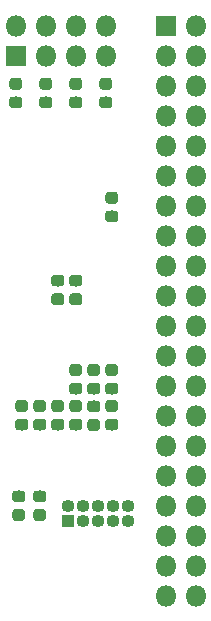
<source format=gbs>
G04 #@! TF.GenerationSoftware,KiCad,Pcbnew,5.0.0-fee4fd1~65~ubuntu18.04.1*
G04 #@! TF.CreationDate,2018-07-31T22:57:32+02:00*
G04 #@! TF.ProjectId,raspi3-4xWS2812,7261737069332D34785753323831322E,rev?*
G04 #@! TF.SameCoordinates,Original*
G04 #@! TF.FileFunction,Soldermask,Bot*
G04 #@! TF.FilePolarity,Negative*
%FSLAX46Y46*%
G04 Gerber Fmt 4.6, Leading zero omitted, Abs format (unit mm)*
G04 Created by KiCad (PCBNEW 5.0.0-fee4fd1~65~ubuntu18.04.1) date Tue Jul 31 22:57:32 2018*
%MOMM*%
%LPD*%
G01*
G04 APERTURE LIST*
%ADD10C,0.100000*%
%ADD11C,0.976600*%
%ADD12R,1.101600X1.101600*%
%ADD13O,1.101600X1.101600*%
%ADD14R,1.801600X1.801600*%
%ADD15O,1.801600X1.801600*%
G04 APERTURE END LIST*
D10*
G04 #@! TO.C,R8*
G36*
X104445581Y-58085376D02*
X104469281Y-58088891D01*
X104492523Y-58094713D01*
X104515082Y-58102785D01*
X104536742Y-58113029D01*
X104557292Y-58125347D01*
X104576537Y-58139619D01*
X104594290Y-58155710D01*
X104610381Y-58173463D01*
X104624653Y-58192708D01*
X104636971Y-58213258D01*
X104647215Y-58234918D01*
X104655287Y-58257477D01*
X104661109Y-58280719D01*
X104664624Y-58304419D01*
X104665800Y-58328350D01*
X104665800Y-58816650D01*
X104664624Y-58840581D01*
X104661109Y-58864281D01*
X104655287Y-58887523D01*
X104647215Y-58910082D01*
X104636971Y-58931742D01*
X104624653Y-58952292D01*
X104610381Y-58971537D01*
X104594290Y-58989290D01*
X104576537Y-59005381D01*
X104557292Y-59019653D01*
X104536742Y-59031971D01*
X104515082Y-59042215D01*
X104492523Y-59050287D01*
X104469281Y-59056109D01*
X104445581Y-59059624D01*
X104421650Y-59060800D01*
X103858350Y-59060800D01*
X103834419Y-59059624D01*
X103810719Y-59056109D01*
X103787477Y-59050287D01*
X103764918Y-59042215D01*
X103743258Y-59031971D01*
X103722708Y-59019653D01*
X103703463Y-59005381D01*
X103685710Y-58989290D01*
X103669619Y-58971537D01*
X103655347Y-58952292D01*
X103643029Y-58931742D01*
X103632785Y-58910082D01*
X103624713Y-58887523D01*
X103618891Y-58864281D01*
X103615376Y-58840581D01*
X103614200Y-58816650D01*
X103614200Y-58328350D01*
X103615376Y-58304419D01*
X103618891Y-58280719D01*
X103624713Y-58257477D01*
X103632785Y-58234918D01*
X103643029Y-58213258D01*
X103655347Y-58192708D01*
X103669619Y-58173463D01*
X103685710Y-58155710D01*
X103703463Y-58139619D01*
X103722708Y-58125347D01*
X103743258Y-58113029D01*
X103764918Y-58102785D01*
X103787477Y-58094713D01*
X103810719Y-58088891D01*
X103834419Y-58085376D01*
X103858350Y-58084200D01*
X104421650Y-58084200D01*
X104445581Y-58085376D01*
X104445581Y-58085376D01*
G37*
D11*
X104140000Y-58572500D03*
D10*
G36*
X104445581Y-56510376D02*
X104469281Y-56513891D01*
X104492523Y-56519713D01*
X104515082Y-56527785D01*
X104536742Y-56538029D01*
X104557292Y-56550347D01*
X104576537Y-56564619D01*
X104594290Y-56580710D01*
X104610381Y-56598463D01*
X104624653Y-56617708D01*
X104636971Y-56638258D01*
X104647215Y-56659918D01*
X104655287Y-56682477D01*
X104661109Y-56705719D01*
X104664624Y-56729419D01*
X104665800Y-56753350D01*
X104665800Y-57241650D01*
X104664624Y-57265581D01*
X104661109Y-57289281D01*
X104655287Y-57312523D01*
X104647215Y-57335082D01*
X104636971Y-57356742D01*
X104624653Y-57377292D01*
X104610381Y-57396537D01*
X104594290Y-57414290D01*
X104576537Y-57430381D01*
X104557292Y-57444653D01*
X104536742Y-57456971D01*
X104515082Y-57467215D01*
X104492523Y-57475287D01*
X104469281Y-57481109D01*
X104445581Y-57484624D01*
X104421650Y-57485800D01*
X103858350Y-57485800D01*
X103834419Y-57484624D01*
X103810719Y-57481109D01*
X103787477Y-57475287D01*
X103764918Y-57467215D01*
X103743258Y-57456971D01*
X103722708Y-57444653D01*
X103703463Y-57430381D01*
X103685710Y-57414290D01*
X103669619Y-57396537D01*
X103655347Y-57377292D01*
X103643029Y-57356742D01*
X103632785Y-57335082D01*
X103624713Y-57312523D01*
X103618891Y-57289281D01*
X103615376Y-57265581D01*
X103614200Y-57241650D01*
X103614200Y-56753350D01*
X103615376Y-56729419D01*
X103618891Y-56705719D01*
X103624713Y-56682477D01*
X103632785Y-56659918D01*
X103643029Y-56638258D01*
X103655347Y-56617708D01*
X103669619Y-56598463D01*
X103685710Y-56580710D01*
X103703463Y-56564619D01*
X103722708Y-56550347D01*
X103743258Y-56538029D01*
X103764918Y-56527785D01*
X103787477Y-56519713D01*
X103810719Y-56513891D01*
X103834419Y-56510376D01*
X103858350Y-56509200D01*
X104421650Y-56509200D01*
X104445581Y-56510376D01*
X104445581Y-56510376D01*
G37*
D11*
X104140000Y-56997500D03*
G04 #@! TD*
D10*
G04 #@! TO.C,R5*
G36*
X96825581Y-56510376D02*
X96849281Y-56513891D01*
X96872523Y-56519713D01*
X96895082Y-56527785D01*
X96916742Y-56538029D01*
X96937292Y-56550347D01*
X96956537Y-56564619D01*
X96974290Y-56580710D01*
X96990381Y-56598463D01*
X97004653Y-56617708D01*
X97016971Y-56638258D01*
X97027215Y-56659918D01*
X97035287Y-56682477D01*
X97041109Y-56705719D01*
X97044624Y-56729419D01*
X97045800Y-56753350D01*
X97045800Y-57241650D01*
X97044624Y-57265581D01*
X97041109Y-57289281D01*
X97035287Y-57312523D01*
X97027215Y-57335082D01*
X97016971Y-57356742D01*
X97004653Y-57377292D01*
X96990381Y-57396537D01*
X96974290Y-57414290D01*
X96956537Y-57430381D01*
X96937292Y-57444653D01*
X96916742Y-57456971D01*
X96895082Y-57467215D01*
X96872523Y-57475287D01*
X96849281Y-57481109D01*
X96825581Y-57484624D01*
X96801650Y-57485800D01*
X96238350Y-57485800D01*
X96214419Y-57484624D01*
X96190719Y-57481109D01*
X96167477Y-57475287D01*
X96144918Y-57467215D01*
X96123258Y-57456971D01*
X96102708Y-57444653D01*
X96083463Y-57430381D01*
X96065710Y-57414290D01*
X96049619Y-57396537D01*
X96035347Y-57377292D01*
X96023029Y-57356742D01*
X96012785Y-57335082D01*
X96004713Y-57312523D01*
X95998891Y-57289281D01*
X95995376Y-57265581D01*
X95994200Y-57241650D01*
X95994200Y-56753350D01*
X95995376Y-56729419D01*
X95998891Y-56705719D01*
X96004713Y-56682477D01*
X96012785Y-56659918D01*
X96023029Y-56638258D01*
X96035347Y-56617708D01*
X96049619Y-56598463D01*
X96065710Y-56580710D01*
X96083463Y-56564619D01*
X96102708Y-56550347D01*
X96123258Y-56538029D01*
X96144918Y-56527785D01*
X96167477Y-56519713D01*
X96190719Y-56513891D01*
X96214419Y-56510376D01*
X96238350Y-56509200D01*
X96801650Y-56509200D01*
X96825581Y-56510376D01*
X96825581Y-56510376D01*
G37*
D11*
X96520000Y-56997500D03*
D10*
G36*
X96825581Y-58085376D02*
X96849281Y-58088891D01*
X96872523Y-58094713D01*
X96895082Y-58102785D01*
X96916742Y-58113029D01*
X96937292Y-58125347D01*
X96956537Y-58139619D01*
X96974290Y-58155710D01*
X96990381Y-58173463D01*
X97004653Y-58192708D01*
X97016971Y-58213258D01*
X97027215Y-58234918D01*
X97035287Y-58257477D01*
X97041109Y-58280719D01*
X97044624Y-58304419D01*
X97045800Y-58328350D01*
X97045800Y-58816650D01*
X97044624Y-58840581D01*
X97041109Y-58864281D01*
X97035287Y-58887523D01*
X97027215Y-58910082D01*
X97016971Y-58931742D01*
X97004653Y-58952292D01*
X96990381Y-58971537D01*
X96974290Y-58989290D01*
X96956537Y-59005381D01*
X96937292Y-59019653D01*
X96916742Y-59031971D01*
X96895082Y-59042215D01*
X96872523Y-59050287D01*
X96849281Y-59056109D01*
X96825581Y-59059624D01*
X96801650Y-59060800D01*
X96238350Y-59060800D01*
X96214419Y-59059624D01*
X96190719Y-59056109D01*
X96167477Y-59050287D01*
X96144918Y-59042215D01*
X96123258Y-59031971D01*
X96102708Y-59019653D01*
X96083463Y-59005381D01*
X96065710Y-58989290D01*
X96049619Y-58971537D01*
X96035347Y-58952292D01*
X96023029Y-58931742D01*
X96012785Y-58910082D01*
X96004713Y-58887523D01*
X95998891Y-58864281D01*
X95995376Y-58840581D01*
X95994200Y-58816650D01*
X95994200Y-58328350D01*
X95995376Y-58304419D01*
X95998891Y-58280719D01*
X96004713Y-58257477D01*
X96012785Y-58234918D01*
X96023029Y-58213258D01*
X96035347Y-58192708D01*
X96049619Y-58173463D01*
X96065710Y-58155710D01*
X96083463Y-58139619D01*
X96102708Y-58125347D01*
X96123258Y-58113029D01*
X96144918Y-58102785D01*
X96167477Y-58094713D01*
X96190719Y-58088891D01*
X96214419Y-58085376D01*
X96238350Y-58084200D01*
X96801650Y-58084200D01*
X96825581Y-58085376D01*
X96825581Y-58085376D01*
G37*
D11*
X96520000Y-58572500D03*
G04 #@! TD*
D10*
G04 #@! TO.C,R6*
G36*
X99365581Y-58085376D02*
X99389281Y-58088891D01*
X99412523Y-58094713D01*
X99435082Y-58102785D01*
X99456742Y-58113029D01*
X99477292Y-58125347D01*
X99496537Y-58139619D01*
X99514290Y-58155710D01*
X99530381Y-58173463D01*
X99544653Y-58192708D01*
X99556971Y-58213258D01*
X99567215Y-58234918D01*
X99575287Y-58257477D01*
X99581109Y-58280719D01*
X99584624Y-58304419D01*
X99585800Y-58328350D01*
X99585800Y-58816650D01*
X99584624Y-58840581D01*
X99581109Y-58864281D01*
X99575287Y-58887523D01*
X99567215Y-58910082D01*
X99556971Y-58931742D01*
X99544653Y-58952292D01*
X99530381Y-58971537D01*
X99514290Y-58989290D01*
X99496537Y-59005381D01*
X99477292Y-59019653D01*
X99456742Y-59031971D01*
X99435082Y-59042215D01*
X99412523Y-59050287D01*
X99389281Y-59056109D01*
X99365581Y-59059624D01*
X99341650Y-59060800D01*
X98778350Y-59060800D01*
X98754419Y-59059624D01*
X98730719Y-59056109D01*
X98707477Y-59050287D01*
X98684918Y-59042215D01*
X98663258Y-59031971D01*
X98642708Y-59019653D01*
X98623463Y-59005381D01*
X98605710Y-58989290D01*
X98589619Y-58971537D01*
X98575347Y-58952292D01*
X98563029Y-58931742D01*
X98552785Y-58910082D01*
X98544713Y-58887523D01*
X98538891Y-58864281D01*
X98535376Y-58840581D01*
X98534200Y-58816650D01*
X98534200Y-58328350D01*
X98535376Y-58304419D01*
X98538891Y-58280719D01*
X98544713Y-58257477D01*
X98552785Y-58234918D01*
X98563029Y-58213258D01*
X98575347Y-58192708D01*
X98589619Y-58173463D01*
X98605710Y-58155710D01*
X98623463Y-58139619D01*
X98642708Y-58125347D01*
X98663258Y-58113029D01*
X98684918Y-58102785D01*
X98707477Y-58094713D01*
X98730719Y-58088891D01*
X98754419Y-58085376D01*
X98778350Y-58084200D01*
X99341650Y-58084200D01*
X99365581Y-58085376D01*
X99365581Y-58085376D01*
G37*
D11*
X99060000Y-58572500D03*
D10*
G36*
X99365581Y-56510376D02*
X99389281Y-56513891D01*
X99412523Y-56519713D01*
X99435082Y-56527785D01*
X99456742Y-56538029D01*
X99477292Y-56550347D01*
X99496537Y-56564619D01*
X99514290Y-56580710D01*
X99530381Y-56598463D01*
X99544653Y-56617708D01*
X99556971Y-56638258D01*
X99567215Y-56659918D01*
X99575287Y-56682477D01*
X99581109Y-56705719D01*
X99584624Y-56729419D01*
X99585800Y-56753350D01*
X99585800Y-57241650D01*
X99584624Y-57265581D01*
X99581109Y-57289281D01*
X99575287Y-57312523D01*
X99567215Y-57335082D01*
X99556971Y-57356742D01*
X99544653Y-57377292D01*
X99530381Y-57396537D01*
X99514290Y-57414290D01*
X99496537Y-57430381D01*
X99477292Y-57444653D01*
X99456742Y-57456971D01*
X99435082Y-57467215D01*
X99412523Y-57475287D01*
X99389281Y-57481109D01*
X99365581Y-57484624D01*
X99341650Y-57485800D01*
X98778350Y-57485800D01*
X98754419Y-57484624D01*
X98730719Y-57481109D01*
X98707477Y-57475287D01*
X98684918Y-57467215D01*
X98663258Y-57456971D01*
X98642708Y-57444653D01*
X98623463Y-57430381D01*
X98605710Y-57414290D01*
X98589619Y-57396537D01*
X98575347Y-57377292D01*
X98563029Y-57356742D01*
X98552785Y-57335082D01*
X98544713Y-57312523D01*
X98538891Y-57289281D01*
X98535376Y-57265581D01*
X98534200Y-57241650D01*
X98534200Y-56753350D01*
X98535376Y-56729419D01*
X98538891Y-56705719D01*
X98544713Y-56682477D01*
X98552785Y-56659918D01*
X98563029Y-56638258D01*
X98575347Y-56617708D01*
X98589619Y-56598463D01*
X98605710Y-56580710D01*
X98623463Y-56564619D01*
X98642708Y-56550347D01*
X98663258Y-56538029D01*
X98684918Y-56527785D01*
X98707477Y-56519713D01*
X98730719Y-56513891D01*
X98754419Y-56510376D01*
X98778350Y-56509200D01*
X99341650Y-56509200D01*
X99365581Y-56510376D01*
X99365581Y-56510376D01*
G37*
D11*
X99060000Y-56997500D03*
G04 #@! TD*
D10*
G04 #@! TO.C,R7*
G36*
X101905581Y-56510376D02*
X101929281Y-56513891D01*
X101952523Y-56519713D01*
X101975082Y-56527785D01*
X101996742Y-56538029D01*
X102017292Y-56550347D01*
X102036537Y-56564619D01*
X102054290Y-56580710D01*
X102070381Y-56598463D01*
X102084653Y-56617708D01*
X102096971Y-56638258D01*
X102107215Y-56659918D01*
X102115287Y-56682477D01*
X102121109Y-56705719D01*
X102124624Y-56729419D01*
X102125800Y-56753350D01*
X102125800Y-57241650D01*
X102124624Y-57265581D01*
X102121109Y-57289281D01*
X102115287Y-57312523D01*
X102107215Y-57335082D01*
X102096971Y-57356742D01*
X102084653Y-57377292D01*
X102070381Y-57396537D01*
X102054290Y-57414290D01*
X102036537Y-57430381D01*
X102017292Y-57444653D01*
X101996742Y-57456971D01*
X101975082Y-57467215D01*
X101952523Y-57475287D01*
X101929281Y-57481109D01*
X101905581Y-57484624D01*
X101881650Y-57485800D01*
X101318350Y-57485800D01*
X101294419Y-57484624D01*
X101270719Y-57481109D01*
X101247477Y-57475287D01*
X101224918Y-57467215D01*
X101203258Y-57456971D01*
X101182708Y-57444653D01*
X101163463Y-57430381D01*
X101145710Y-57414290D01*
X101129619Y-57396537D01*
X101115347Y-57377292D01*
X101103029Y-57356742D01*
X101092785Y-57335082D01*
X101084713Y-57312523D01*
X101078891Y-57289281D01*
X101075376Y-57265581D01*
X101074200Y-57241650D01*
X101074200Y-56753350D01*
X101075376Y-56729419D01*
X101078891Y-56705719D01*
X101084713Y-56682477D01*
X101092785Y-56659918D01*
X101103029Y-56638258D01*
X101115347Y-56617708D01*
X101129619Y-56598463D01*
X101145710Y-56580710D01*
X101163463Y-56564619D01*
X101182708Y-56550347D01*
X101203258Y-56538029D01*
X101224918Y-56527785D01*
X101247477Y-56519713D01*
X101270719Y-56513891D01*
X101294419Y-56510376D01*
X101318350Y-56509200D01*
X101881650Y-56509200D01*
X101905581Y-56510376D01*
X101905581Y-56510376D01*
G37*
D11*
X101600000Y-56997500D03*
D10*
G36*
X101905581Y-58085376D02*
X101929281Y-58088891D01*
X101952523Y-58094713D01*
X101975082Y-58102785D01*
X101996742Y-58113029D01*
X102017292Y-58125347D01*
X102036537Y-58139619D01*
X102054290Y-58155710D01*
X102070381Y-58173463D01*
X102084653Y-58192708D01*
X102096971Y-58213258D01*
X102107215Y-58234918D01*
X102115287Y-58257477D01*
X102121109Y-58280719D01*
X102124624Y-58304419D01*
X102125800Y-58328350D01*
X102125800Y-58816650D01*
X102124624Y-58840581D01*
X102121109Y-58864281D01*
X102115287Y-58887523D01*
X102107215Y-58910082D01*
X102096971Y-58931742D01*
X102084653Y-58952292D01*
X102070381Y-58971537D01*
X102054290Y-58989290D01*
X102036537Y-59005381D01*
X102017292Y-59019653D01*
X101996742Y-59031971D01*
X101975082Y-59042215D01*
X101952523Y-59050287D01*
X101929281Y-59056109D01*
X101905581Y-59059624D01*
X101881650Y-59060800D01*
X101318350Y-59060800D01*
X101294419Y-59059624D01*
X101270719Y-59056109D01*
X101247477Y-59050287D01*
X101224918Y-59042215D01*
X101203258Y-59031971D01*
X101182708Y-59019653D01*
X101163463Y-59005381D01*
X101145710Y-58989290D01*
X101129619Y-58971537D01*
X101115347Y-58952292D01*
X101103029Y-58931742D01*
X101092785Y-58910082D01*
X101084713Y-58887523D01*
X101078891Y-58864281D01*
X101075376Y-58840581D01*
X101074200Y-58816650D01*
X101074200Y-58328350D01*
X101075376Y-58304419D01*
X101078891Y-58280719D01*
X101084713Y-58257477D01*
X101092785Y-58234918D01*
X101103029Y-58213258D01*
X101115347Y-58192708D01*
X101129619Y-58173463D01*
X101145710Y-58155710D01*
X101163463Y-58139619D01*
X101182708Y-58125347D01*
X101203258Y-58113029D01*
X101224918Y-58102785D01*
X101247477Y-58094713D01*
X101270719Y-58088891D01*
X101294419Y-58085376D01*
X101318350Y-58084200D01*
X101881650Y-58084200D01*
X101905581Y-58085376D01*
X101905581Y-58085376D01*
G37*
D11*
X101600000Y-58572500D03*
G04 #@! TD*
D10*
G04 #@! TO.C,C10*
G36*
X103429581Y-85390376D02*
X103453281Y-85393891D01*
X103476523Y-85399713D01*
X103499082Y-85407785D01*
X103520742Y-85418029D01*
X103541292Y-85430347D01*
X103560537Y-85444619D01*
X103578290Y-85460710D01*
X103594381Y-85478463D01*
X103608653Y-85497708D01*
X103620971Y-85518258D01*
X103631215Y-85539918D01*
X103639287Y-85562477D01*
X103645109Y-85585719D01*
X103648624Y-85609419D01*
X103649800Y-85633350D01*
X103649800Y-86121650D01*
X103648624Y-86145581D01*
X103645109Y-86169281D01*
X103639287Y-86192523D01*
X103631215Y-86215082D01*
X103620971Y-86236742D01*
X103608653Y-86257292D01*
X103594381Y-86276537D01*
X103578290Y-86294290D01*
X103560537Y-86310381D01*
X103541292Y-86324653D01*
X103520742Y-86336971D01*
X103499082Y-86347215D01*
X103476523Y-86355287D01*
X103453281Y-86361109D01*
X103429581Y-86364624D01*
X103405650Y-86365800D01*
X102842350Y-86365800D01*
X102818419Y-86364624D01*
X102794719Y-86361109D01*
X102771477Y-86355287D01*
X102748918Y-86347215D01*
X102727258Y-86336971D01*
X102706708Y-86324653D01*
X102687463Y-86310381D01*
X102669710Y-86294290D01*
X102653619Y-86276537D01*
X102639347Y-86257292D01*
X102627029Y-86236742D01*
X102616785Y-86215082D01*
X102608713Y-86192523D01*
X102602891Y-86169281D01*
X102599376Y-86145581D01*
X102598200Y-86121650D01*
X102598200Y-85633350D01*
X102599376Y-85609419D01*
X102602891Y-85585719D01*
X102608713Y-85562477D01*
X102616785Y-85539918D01*
X102627029Y-85518258D01*
X102639347Y-85497708D01*
X102653619Y-85478463D01*
X102669710Y-85460710D01*
X102687463Y-85444619D01*
X102706708Y-85430347D01*
X102727258Y-85418029D01*
X102748918Y-85407785D01*
X102771477Y-85399713D01*
X102794719Y-85393891D01*
X102818419Y-85390376D01*
X102842350Y-85389200D01*
X103405650Y-85389200D01*
X103429581Y-85390376D01*
X103429581Y-85390376D01*
G37*
D11*
X103124000Y-85877500D03*
D10*
G36*
X103429581Y-83815376D02*
X103453281Y-83818891D01*
X103476523Y-83824713D01*
X103499082Y-83832785D01*
X103520742Y-83843029D01*
X103541292Y-83855347D01*
X103560537Y-83869619D01*
X103578290Y-83885710D01*
X103594381Y-83903463D01*
X103608653Y-83922708D01*
X103620971Y-83943258D01*
X103631215Y-83964918D01*
X103639287Y-83987477D01*
X103645109Y-84010719D01*
X103648624Y-84034419D01*
X103649800Y-84058350D01*
X103649800Y-84546650D01*
X103648624Y-84570581D01*
X103645109Y-84594281D01*
X103639287Y-84617523D01*
X103631215Y-84640082D01*
X103620971Y-84661742D01*
X103608653Y-84682292D01*
X103594381Y-84701537D01*
X103578290Y-84719290D01*
X103560537Y-84735381D01*
X103541292Y-84749653D01*
X103520742Y-84761971D01*
X103499082Y-84772215D01*
X103476523Y-84780287D01*
X103453281Y-84786109D01*
X103429581Y-84789624D01*
X103405650Y-84790800D01*
X102842350Y-84790800D01*
X102818419Y-84789624D01*
X102794719Y-84786109D01*
X102771477Y-84780287D01*
X102748918Y-84772215D01*
X102727258Y-84761971D01*
X102706708Y-84749653D01*
X102687463Y-84735381D01*
X102669710Y-84719290D01*
X102653619Y-84701537D01*
X102639347Y-84682292D01*
X102627029Y-84661742D01*
X102616785Y-84640082D01*
X102608713Y-84617523D01*
X102602891Y-84594281D01*
X102599376Y-84570581D01*
X102598200Y-84546650D01*
X102598200Y-84058350D01*
X102599376Y-84034419D01*
X102602891Y-84010719D01*
X102608713Y-83987477D01*
X102616785Y-83964918D01*
X102627029Y-83943258D01*
X102639347Y-83922708D01*
X102653619Y-83903463D01*
X102669710Y-83885710D01*
X102687463Y-83869619D01*
X102706708Y-83855347D01*
X102727258Y-83843029D01*
X102748918Y-83832785D01*
X102771477Y-83824713D01*
X102794719Y-83818891D01*
X102818419Y-83815376D01*
X102842350Y-83814200D01*
X103405650Y-83814200D01*
X103429581Y-83815376D01*
X103429581Y-83815376D01*
G37*
D11*
X103124000Y-84302500D03*
G04 #@! TD*
D10*
G04 #@! TO.C,C1*
G36*
X101905581Y-73172876D02*
X101929281Y-73176391D01*
X101952523Y-73182213D01*
X101975082Y-73190285D01*
X101996742Y-73200529D01*
X102017292Y-73212847D01*
X102036537Y-73227119D01*
X102054290Y-73243210D01*
X102070381Y-73260963D01*
X102084653Y-73280208D01*
X102096971Y-73300758D01*
X102107215Y-73322418D01*
X102115287Y-73344977D01*
X102121109Y-73368219D01*
X102124624Y-73391919D01*
X102125800Y-73415850D01*
X102125800Y-73904150D01*
X102124624Y-73928081D01*
X102121109Y-73951781D01*
X102115287Y-73975023D01*
X102107215Y-73997582D01*
X102096971Y-74019242D01*
X102084653Y-74039792D01*
X102070381Y-74059037D01*
X102054290Y-74076790D01*
X102036537Y-74092881D01*
X102017292Y-74107153D01*
X101996742Y-74119471D01*
X101975082Y-74129715D01*
X101952523Y-74137787D01*
X101929281Y-74143609D01*
X101905581Y-74147124D01*
X101881650Y-74148300D01*
X101318350Y-74148300D01*
X101294419Y-74147124D01*
X101270719Y-74143609D01*
X101247477Y-74137787D01*
X101224918Y-74129715D01*
X101203258Y-74119471D01*
X101182708Y-74107153D01*
X101163463Y-74092881D01*
X101145710Y-74076790D01*
X101129619Y-74059037D01*
X101115347Y-74039792D01*
X101103029Y-74019242D01*
X101092785Y-73997582D01*
X101084713Y-73975023D01*
X101078891Y-73951781D01*
X101075376Y-73928081D01*
X101074200Y-73904150D01*
X101074200Y-73415850D01*
X101075376Y-73391919D01*
X101078891Y-73368219D01*
X101084713Y-73344977D01*
X101092785Y-73322418D01*
X101103029Y-73300758D01*
X101115347Y-73280208D01*
X101129619Y-73260963D01*
X101145710Y-73243210D01*
X101163463Y-73227119D01*
X101182708Y-73212847D01*
X101203258Y-73200529D01*
X101224918Y-73190285D01*
X101247477Y-73182213D01*
X101270719Y-73176391D01*
X101294419Y-73172876D01*
X101318350Y-73171700D01*
X101881650Y-73171700D01*
X101905581Y-73172876D01*
X101905581Y-73172876D01*
G37*
D11*
X101600000Y-73660000D03*
D10*
G36*
X101905581Y-74747876D02*
X101929281Y-74751391D01*
X101952523Y-74757213D01*
X101975082Y-74765285D01*
X101996742Y-74775529D01*
X102017292Y-74787847D01*
X102036537Y-74802119D01*
X102054290Y-74818210D01*
X102070381Y-74835963D01*
X102084653Y-74855208D01*
X102096971Y-74875758D01*
X102107215Y-74897418D01*
X102115287Y-74919977D01*
X102121109Y-74943219D01*
X102124624Y-74966919D01*
X102125800Y-74990850D01*
X102125800Y-75479150D01*
X102124624Y-75503081D01*
X102121109Y-75526781D01*
X102115287Y-75550023D01*
X102107215Y-75572582D01*
X102096971Y-75594242D01*
X102084653Y-75614792D01*
X102070381Y-75634037D01*
X102054290Y-75651790D01*
X102036537Y-75667881D01*
X102017292Y-75682153D01*
X101996742Y-75694471D01*
X101975082Y-75704715D01*
X101952523Y-75712787D01*
X101929281Y-75718609D01*
X101905581Y-75722124D01*
X101881650Y-75723300D01*
X101318350Y-75723300D01*
X101294419Y-75722124D01*
X101270719Y-75718609D01*
X101247477Y-75712787D01*
X101224918Y-75704715D01*
X101203258Y-75694471D01*
X101182708Y-75682153D01*
X101163463Y-75667881D01*
X101145710Y-75651790D01*
X101129619Y-75634037D01*
X101115347Y-75614792D01*
X101103029Y-75594242D01*
X101092785Y-75572582D01*
X101084713Y-75550023D01*
X101078891Y-75526781D01*
X101075376Y-75503081D01*
X101074200Y-75479150D01*
X101074200Y-74990850D01*
X101075376Y-74966919D01*
X101078891Y-74943219D01*
X101084713Y-74919977D01*
X101092785Y-74897418D01*
X101103029Y-74875758D01*
X101115347Y-74855208D01*
X101129619Y-74835963D01*
X101145710Y-74818210D01*
X101163463Y-74802119D01*
X101182708Y-74787847D01*
X101203258Y-74775529D01*
X101224918Y-74765285D01*
X101247477Y-74757213D01*
X101270719Y-74751391D01*
X101294419Y-74747876D01*
X101318350Y-74746700D01*
X101881650Y-74746700D01*
X101905581Y-74747876D01*
X101905581Y-74747876D01*
G37*
D11*
X101600000Y-75235000D03*
G04 #@! TD*
D10*
G04 #@! TO.C,C2*
G36*
X100381581Y-74747876D02*
X100405281Y-74751391D01*
X100428523Y-74757213D01*
X100451082Y-74765285D01*
X100472742Y-74775529D01*
X100493292Y-74787847D01*
X100512537Y-74802119D01*
X100530290Y-74818210D01*
X100546381Y-74835963D01*
X100560653Y-74855208D01*
X100572971Y-74875758D01*
X100583215Y-74897418D01*
X100591287Y-74919977D01*
X100597109Y-74943219D01*
X100600624Y-74966919D01*
X100601800Y-74990850D01*
X100601800Y-75479150D01*
X100600624Y-75503081D01*
X100597109Y-75526781D01*
X100591287Y-75550023D01*
X100583215Y-75572582D01*
X100572971Y-75594242D01*
X100560653Y-75614792D01*
X100546381Y-75634037D01*
X100530290Y-75651790D01*
X100512537Y-75667881D01*
X100493292Y-75682153D01*
X100472742Y-75694471D01*
X100451082Y-75704715D01*
X100428523Y-75712787D01*
X100405281Y-75718609D01*
X100381581Y-75722124D01*
X100357650Y-75723300D01*
X99794350Y-75723300D01*
X99770419Y-75722124D01*
X99746719Y-75718609D01*
X99723477Y-75712787D01*
X99700918Y-75704715D01*
X99679258Y-75694471D01*
X99658708Y-75682153D01*
X99639463Y-75667881D01*
X99621710Y-75651790D01*
X99605619Y-75634037D01*
X99591347Y-75614792D01*
X99579029Y-75594242D01*
X99568785Y-75572582D01*
X99560713Y-75550023D01*
X99554891Y-75526781D01*
X99551376Y-75503081D01*
X99550200Y-75479150D01*
X99550200Y-74990850D01*
X99551376Y-74966919D01*
X99554891Y-74943219D01*
X99560713Y-74919977D01*
X99568785Y-74897418D01*
X99579029Y-74875758D01*
X99591347Y-74855208D01*
X99605619Y-74835963D01*
X99621710Y-74818210D01*
X99639463Y-74802119D01*
X99658708Y-74787847D01*
X99679258Y-74775529D01*
X99700918Y-74765285D01*
X99723477Y-74757213D01*
X99746719Y-74751391D01*
X99770419Y-74747876D01*
X99794350Y-74746700D01*
X100357650Y-74746700D01*
X100381581Y-74747876D01*
X100381581Y-74747876D01*
G37*
D11*
X100076000Y-75235000D03*
D10*
G36*
X100381581Y-73172876D02*
X100405281Y-73176391D01*
X100428523Y-73182213D01*
X100451082Y-73190285D01*
X100472742Y-73200529D01*
X100493292Y-73212847D01*
X100512537Y-73227119D01*
X100530290Y-73243210D01*
X100546381Y-73260963D01*
X100560653Y-73280208D01*
X100572971Y-73300758D01*
X100583215Y-73322418D01*
X100591287Y-73344977D01*
X100597109Y-73368219D01*
X100600624Y-73391919D01*
X100601800Y-73415850D01*
X100601800Y-73904150D01*
X100600624Y-73928081D01*
X100597109Y-73951781D01*
X100591287Y-73975023D01*
X100583215Y-73997582D01*
X100572971Y-74019242D01*
X100560653Y-74039792D01*
X100546381Y-74059037D01*
X100530290Y-74076790D01*
X100512537Y-74092881D01*
X100493292Y-74107153D01*
X100472742Y-74119471D01*
X100451082Y-74129715D01*
X100428523Y-74137787D01*
X100405281Y-74143609D01*
X100381581Y-74147124D01*
X100357650Y-74148300D01*
X99794350Y-74148300D01*
X99770419Y-74147124D01*
X99746719Y-74143609D01*
X99723477Y-74137787D01*
X99700918Y-74129715D01*
X99679258Y-74119471D01*
X99658708Y-74107153D01*
X99639463Y-74092881D01*
X99621710Y-74076790D01*
X99605619Y-74059037D01*
X99591347Y-74039792D01*
X99579029Y-74019242D01*
X99568785Y-73997582D01*
X99560713Y-73975023D01*
X99554891Y-73951781D01*
X99551376Y-73928081D01*
X99550200Y-73904150D01*
X99550200Y-73415850D01*
X99551376Y-73391919D01*
X99554891Y-73368219D01*
X99560713Y-73344977D01*
X99568785Y-73322418D01*
X99579029Y-73300758D01*
X99591347Y-73280208D01*
X99605619Y-73260963D01*
X99621710Y-73243210D01*
X99639463Y-73227119D01*
X99658708Y-73212847D01*
X99679258Y-73200529D01*
X99700918Y-73190285D01*
X99723477Y-73182213D01*
X99746719Y-73176391D01*
X99770419Y-73172876D01*
X99794350Y-73171700D01*
X100357650Y-73171700D01*
X100381581Y-73172876D01*
X100381581Y-73172876D01*
G37*
D11*
X100076000Y-73660000D03*
G04 #@! TD*
D10*
G04 #@! TO.C,C3*
G36*
X104953581Y-67737376D02*
X104977281Y-67740891D01*
X105000523Y-67746713D01*
X105023082Y-67754785D01*
X105044742Y-67765029D01*
X105065292Y-67777347D01*
X105084537Y-67791619D01*
X105102290Y-67807710D01*
X105118381Y-67825463D01*
X105132653Y-67844708D01*
X105144971Y-67865258D01*
X105155215Y-67886918D01*
X105163287Y-67909477D01*
X105169109Y-67932719D01*
X105172624Y-67956419D01*
X105173800Y-67980350D01*
X105173800Y-68468650D01*
X105172624Y-68492581D01*
X105169109Y-68516281D01*
X105163287Y-68539523D01*
X105155215Y-68562082D01*
X105144971Y-68583742D01*
X105132653Y-68604292D01*
X105118381Y-68623537D01*
X105102290Y-68641290D01*
X105084537Y-68657381D01*
X105065292Y-68671653D01*
X105044742Y-68683971D01*
X105023082Y-68694215D01*
X105000523Y-68702287D01*
X104977281Y-68708109D01*
X104953581Y-68711624D01*
X104929650Y-68712800D01*
X104366350Y-68712800D01*
X104342419Y-68711624D01*
X104318719Y-68708109D01*
X104295477Y-68702287D01*
X104272918Y-68694215D01*
X104251258Y-68683971D01*
X104230708Y-68671653D01*
X104211463Y-68657381D01*
X104193710Y-68641290D01*
X104177619Y-68623537D01*
X104163347Y-68604292D01*
X104151029Y-68583742D01*
X104140785Y-68562082D01*
X104132713Y-68539523D01*
X104126891Y-68516281D01*
X104123376Y-68492581D01*
X104122200Y-68468650D01*
X104122200Y-67980350D01*
X104123376Y-67956419D01*
X104126891Y-67932719D01*
X104132713Y-67909477D01*
X104140785Y-67886918D01*
X104151029Y-67865258D01*
X104163347Y-67844708D01*
X104177619Y-67825463D01*
X104193710Y-67807710D01*
X104211463Y-67791619D01*
X104230708Y-67777347D01*
X104251258Y-67765029D01*
X104272918Y-67754785D01*
X104295477Y-67746713D01*
X104318719Y-67740891D01*
X104342419Y-67737376D01*
X104366350Y-67736200D01*
X104929650Y-67736200D01*
X104953581Y-67737376D01*
X104953581Y-67737376D01*
G37*
D11*
X104648000Y-68224500D03*
D10*
G36*
X104953581Y-66162376D02*
X104977281Y-66165891D01*
X105000523Y-66171713D01*
X105023082Y-66179785D01*
X105044742Y-66190029D01*
X105065292Y-66202347D01*
X105084537Y-66216619D01*
X105102290Y-66232710D01*
X105118381Y-66250463D01*
X105132653Y-66269708D01*
X105144971Y-66290258D01*
X105155215Y-66311918D01*
X105163287Y-66334477D01*
X105169109Y-66357719D01*
X105172624Y-66381419D01*
X105173800Y-66405350D01*
X105173800Y-66893650D01*
X105172624Y-66917581D01*
X105169109Y-66941281D01*
X105163287Y-66964523D01*
X105155215Y-66987082D01*
X105144971Y-67008742D01*
X105132653Y-67029292D01*
X105118381Y-67048537D01*
X105102290Y-67066290D01*
X105084537Y-67082381D01*
X105065292Y-67096653D01*
X105044742Y-67108971D01*
X105023082Y-67119215D01*
X105000523Y-67127287D01*
X104977281Y-67133109D01*
X104953581Y-67136624D01*
X104929650Y-67137800D01*
X104366350Y-67137800D01*
X104342419Y-67136624D01*
X104318719Y-67133109D01*
X104295477Y-67127287D01*
X104272918Y-67119215D01*
X104251258Y-67108971D01*
X104230708Y-67096653D01*
X104211463Y-67082381D01*
X104193710Y-67066290D01*
X104177619Y-67048537D01*
X104163347Y-67029292D01*
X104151029Y-67008742D01*
X104140785Y-66987082D01*
X104132713Y-66964523D01*
X104126891Y-66941281D01*
X104123376Y-66917581D01*
X104122200Y-66893650D01*
X104122200Y-66405350D01*
X104123376Y-66381419D01*
X104126891Y-66357719D01*
X104132713Y-66334477D01*
X104140785Y-66311918D01*
X104151029Y-66290258D01*
X104163347Y-66269708D01*
X104177619Y-66250463D01*
X104193710Y-66232710D01*
X104211463Y-66216619D01*
X104230708Y-66202347D01*
X104251258Y-66190029D01*
X104272918Y-66179785D01*
X104295477Y-66171713D01*
X104318719Y-66165891D01*
X104342419Y-66162376D01*
X104366350Y-66161200D01*
X104929650Y-66161200D01*
X104953581Y-66162376D01*
X104953581Y-66162376D01*
G37*
D11*
X104648000Y-66649500D03*
G04 #@! TD*
D10*
G04 #@! TO.C,C4*
G36*
X101905581Y-85364876D02*
X101929281Y-85368391D01*
X101952523Y-85374213D01*
X101975082Y-85382285D01*
X101996742Y-85392529D01*
X102017292Y-85404847D01*
X102036537Y-85419119D01*
X102054290Y-85435210D01*
X102070381Y-85452963D01*
X102084653Y-85472208D01*
X102096971Y-85492758D01*
X102107215Y-85514418D01*
X102115287Y-85536977D01*
X102121109Y-85560219D01*
X102124624Y-85583919D01*
X102125800Y-85607850D01*
X102125800Y-86096150D01*
X102124624Y-86120081D01*
X102121109Y-86143781D01*
X102115287Y-86167023D01*
X102107215Y-86189582D01*
X102096971Y-86211242D01*
X102084653Y-86231792D01*
X102070381Y-86251037D01*
X102054290Y-86268790D01*
X102036537Y-86284881D01*
X102017292Y-86299153D01*
X101996742Y-86311471D01*
X101975082Y-86321715D01*
X101952523Y-86329787D01*
X101929281Y-86335609D01*
X101905581Y-86339124D01*
X101881650Y-86340300D01*
X101318350Y-86340300D01*
X101294419Y-86339124D01*
X101270719Y-86335609D01*
X101247477Y-86329787D01*
X101224918Y-86321715D01*
X101203258Y-86311471D01*
X101182708Y-86299153D01*
X101163463Y-86284881D01*
X101145710Y-86268790D01*
X101129619Y-86251037D01*
X101115347Y-86231792D01*
X101103029Y-86211242D01*
X101092785Y-86189582D01*
X101084713Y-86167023D01*
X101078891Y-86143781D01*
X101075376Y-86120081D01*
X101074200Y-86096150D01*
X101074200Y-85607850D01*
X101075376Y-85583919D01*
X101078891Y-85560219D01*
X101084713Y-85536977D01*
X101092785Y-85514418D01*
X101103029Y-85492758D01*
X101115347Y-85472208D01*
X101129619Y-85452963D01*
X101145710Y-85435210D01*
X101163463Y-85419119D01*
X101182708Y-85404847D01*
X101203258Y-85392529D01*
X101224918Y-85382285D01*
X101247477Y-85374213D01*
X101270719Y-85368391D01*
X101294419Y-85364876D01*
X101318350Y-85363700D01*
X101881650Y-85363700D01*
X101905581Y-85364876D01*
X101905581Y-85364876D01*
G37*
D11*
X101600000Y-85852000D03*
D10*
G36*
X101905581Y-83789876D02*
X101929281Y-83793391D01*
X101952523Y-83799213D01*
X101975082Y-83807285D01*
X101996742Y-83817529D01*
X102017292Y-83829847D01*
X102036537Y-83844119D01*
X102054290Y-83860210D01*
X102070381Y-83877963D01*
X102084653Y-83897208D01*
X102096971Y-83917758D01*
X102107215Y-83939418D01*
X102115287Y-83961977D01*
X102121109Y-83985219D01*
X102124624Y-84008919D01*
X102125800Y-84032850D01*
X102125800Y-84521150D01*
X102124624Y-84545081D01*
X102121109Y-84568781D01*
X102115287Y-84592023D01*
X102107215Y-84614582D01*
X102096971Y-84636242D01*
X102084653Y-84656792D01*
X102070381Y-84676037D01*
X102054290Y-84693790D01*
X102036537Y-84709881D01*
X102017292Y-84724153D01*
X101996742Y-84736471D01*
X101975082Y-84746715D01*
X101952523Y-84754787D01*
X101929281Y-84760609D01*
X101905581Y-84764124D01*
X101881650Y-84765300D01*
X101318350Y-84765300D01*
X101294419Y-84764124D01*
X101270719Y-84760609D01*
X101247477Y-84754787D01*
X101224918Y-84746715D01*
X101203258Y-84736471D01*
X101182708Y-84724153D01*
X101163463Y-84709881D01*
X101145710Y-84693790D01*
X101129619Y-84676037D01*
X101115347Y-84656792D01*
X101103029Y-84636242D01*
X101092785Y-84614582D01*
X101084713Y-84592023D01*
X101078891Y-84568781D01*
X101075376Y-84545081D01*
X101074200Y-84521150D01*
X101074200Y-84032850D01*
X101075376Y-84008919D01*
X101078891Y-83985219D01*
X101084713Y-83961977D01*
X101092785Y-83939418D01*
X101103029Y-83917758D01*
X101115347Y-83897208D01*
X101129619Y-83877963D01*
X101145710Y-83860210D01*
X101163463Y-83844119D01*
X101182708Y-83829847D01*
X101203258Y-83817529D01*
X101224918Y-83807285D01*
X101247477Y-83799213D01*
X101270719Y-83793391D01*
X101294419Y-83789876D01*
X101318350Y-83788700D01*
X101881650Y-83788700D01*
X101905581Y-83789876D01*
X101905581Y-83789876D01*
G37*
D11*
X101600000Y-84277000D03*
G04 #@! TD*
D10*
G04 #@! TO.C,C5*
G36*
X103429581Y-82316876D02*
X103453281Y-82320391D01*
X103476523Y-82326213D01*
X103499082Y-82334285D01*
X103520742Y-82344529D01*
X103541292Y-82356847D01*
X103560537Y-82371119D01*
X103578290Y-82387210D01*
X103594381Y-82404963D01*
X103608653Y-82424208D01*
X103620971Y-82444758D01*
X103631215Y-82466418D01*
X103639287Y-82488977D01*
X103645109Y-82512219D01*
X103648624Y-82535919D01*
X103649800Y-82559850D01*
X103649800Y-83048150D01*
X103648624Y-83072081D01*
X103645109Y-83095781D01*
X103639287Y-83119023D01*
X103631215Y-83141582D01*
X103620971Y-83163242D01*
X103608653Y-83183792D01*
X103594381Y-83203037D01*
X103578290Y-83220790D01*
X103560537Y-83236881D01*
X103541292Y-83251153D01*
X103520742Y-83263471D01*
X103499082Y-83273715D01*
X103476523Y-83281787D01*
X103453281Y-83287609D01*
X103429581Y-83291124D01*
X103405650Y-83292300D01*
X102842350Y-83292300D01*
X102818419Y-83291124D01*
X102794719Y-83287609D01*
X102771477Y-83281787D01*
X102748918Y-83273715D01*
X102727258Y-83263471D01*
X102706708Y-83251153D01*
X102687463Y-83236881D01*
X102669710Y-83220790D01*
X102653619Y-83203037D01*
X102639347Y-83183792D01*
X102627029Y-83163242D01*
X102616785Y-83141582D01*
X102608713Y-83119023D01*
X102602891Y-83095781D01*
X102599376Y-83072081D01*
X102598200Y-83048150D01*
X102598200Y-82559850D01*
X102599376Y-82535919D01*
X102602891Y-82512219D01*
X102608713Y-82488977D01*
X102616785Y-82466418D01*
X102627029Y-82444758D01*
X102639347Y-82424208D01*
X102653619Y-82404963D01*
X102669710Y-82387210D01*
X102687463Y-82371119D01*
X102706708Y-82356847D01*
X102727258Y-82344529D01*
X102748918Y-82334285D01*
X102771477Y-82326213D01*
X102794719Y-82320391D01*
X102818419Y-82316876D01*
X102842350Y-82315700D01*
X103405650Y-82315700D01*
X103429581Y-82316876D01*
X103429581Y-82316876D01*
G37*
D11*
X103124000Y-82804000D03*
D10*
G36*
X103429581Y-80741876D02*
X103453281Y-80745391D01*
X103476523Y-80751213D01*
X103499082Y-80759285D01*
X103520742Y-80769529D01*
X103541292Y-80781847D01*
X103560537Y-80796119D01*
X103578290Y-80812210D01*
X103594381Y-80829963D01*
X103608653Y-80849208D01*
X103620971Y-80869758D01*
X103631215Y-80891418D01*
X103639287Y-80913977D01*
X103645109Y-80937219D01*
X103648624Y-80960919D01*
X103649800Y-80984850D01*
X103649800Y-81473150D01*
X103648624Y-81497081D01*
X103645109Y-81520781D01*
X103639287Y-81544023D01*
X103631215Y-81566582D01*
X103620971Y-81588242D01*
X103608653Y-81608792D01*
X103594381Y-81628037D01*
X103578290Y-81645790D01*
X103560537Y-81661881D01*
X103541292Y-81676153D01*
X103520742Y-81688471D01*
X103499082Y-81698715D01*
X103476523Y-81706787D01*
X103453281Y-81712609D01*
X103429581Y-81716124D01*
X103405650Y-81717300D01*
X102842350Y-81717300D01*
X102818419Y-81716124D01*
X102794719Y-81712609D01*
X102771477Y-81706787D01*
X102748918Y-81698715D01*
X102727258Y-81688471D01*
X102706708Y-81676153D01*
X102687463Y-81661881D01*
X102669710Y-81645790D01*
X102653619Y-81628037D01*
X102639347Y-81608792D01*
X102627029Y-81588242D01*
X102616785Y-81566582D01*
X102608713Y-81544023D01*
X102602891Y-81520781D01*
X102599376Y-81497081D01*
X102598200Y-81473150D01*
X102598200Y-80984850D01*
X102599376Y-80960919D01*
X102602891Y-80937219D01*
X102608713Y-80913977D01*
X102616785Y-80891418D01*
X102627029Y-80869758D01*
X102639347Y-80849208D01*
X102653619Y-80829963D01*
X102669710Y-80812210D01*
X102687463Y-80796119D01*
X102706708Y-80781847D01*
X102727258Y-80769529D01*
X102748918Y-80759285D01*
X102771477Y-80751213D01*
X102794719Y-80745391D01*
X102818419Y-80741876D01*
X102842350Y-80740700D01*
X103405650Y-80740700D01*
X103429581Y-80741876D01*
X103429581Y-80741876D01*
G37*
D11*
X103124000Y-81229000D03*
G04 #@! TD*
D10*
G04 #@! TO.C,C6*
G36*
X100381581Y-85364876D02*
X100405281Y-85368391D01*
X100428523Y-85374213D01*
X100451082Y-85382285D01*
X100472742Y-85392529D01*
X100493292Y-85404847D01*
X100512537Y-85419119D01*
X100530290Y-85435210D01*
X100546381Y-85452963D01*
X100560653Y-85472208D01*
X100572971Y-85492758D01*
X100583215Y-85514418D01*
X100591287Y-85536977D01*
X100597109Y-85560219D01*
X100600624Y-85583919D01*
X100601800Y-85607850D01*
X100601800Y-86096150D01*
X100600624Y-86120081D01*
X100597109Y-86143781D01*
X100591287Y-86167023D01*
X100583215Y-86189582D01*
X100572971Y-86211242D01*
X100560653Y-86231792D01*
X100546381Y-86251037D01*
X100530290Y-86268790D01*
X100512537Y-86284881D01*
X100493292Y-86299153D01*
X100472742Y-86311471D01*
X100451082Y-86321715D01*
X100428523Y-86329787D01*
X100405281Y-86335609D01*
X100381581Y-86339124D01*
X100357650Y-86340300D01*
X99794350Y-86340300D01*
X99770419Y-86339124D01*
X99746719Y-86335609D01*
X99723477Y-86329787D01*
X99700918Y-86321715D01*
X99679258Y-86311471D01*
X99658708Y-86299153D01*
X99639463Y-86284881D01*
X99621710Y-86268790D01*
X99605619Y-86251037D01*
X99591347Y-86231792D01*
X99579029Y-86211242D01*
X99568785Y-86189582D01*
X99560713Y-86167023D01*
X99554891Y-86143781D01*
X99551376Y-86120081D01*
X99550200Y-86096150D01*
X99550200Y-85607850D01*
X99551376Y-85583919D01*
X99554891Y-85560219D01*
X99560713Y-85536977D01*
X99568785Y-85514418D01*
X99579029Y-85492758D01*
X99591347Y-85472208D01*
X99605619Y-85452963D01*
X99621710Y-85435210D01*
X99639463Y-85419119D01*
X99658708Y-85404847D01*
X99679258Y-85392529D01*
X99700918Y-85382285D01*
X99723477Y-85374213D01*
X99746719Y-85368391D01*
X99770419Y-85364876D01*
X99794350Y-85363700D01*
X100357650Y-85363700D01*
X100381581Y-85364876D01*
X100381581Y-85364876D01*
G37*
D11*
X100076000Y-85852000D03*
D10*
G36*
X100381581Y-83789876D02*
X100405281Y-83793391D01*
X100428523Y-83799213D01*
X100451082Y-83807285D01*
X100472742Y-83817529D01*
X100493292Y-83829847D01*
X100512537Y-83844119D01*
X100530290Y-83860210D01*
X100546381Y-83877963D01*
X100560653Y-83897208D01*
X100572971Y-83917758D01*
X100583215Y-83939418D01*
X100591287Y-83961977D01*
X100597109Y-83985219D01*
X100600624Y-84008919D01*
X100601800Y-84032850D01*
X100601800Y-84521150D01*
X100600624Y-84545081D01*
X100597109Y-84568781D01*
X100591287Y-84592023D01*
X100583215Y-84614582D01*
X100572971Y-84636242D01*
X100560653Y-84656792D01*
X100546381Y-84676037D01*
X100530290Y-84693790D01*
X100512537Y-84709881D01*
X100493292Y-84724153D01*
X100472742Y-84736471D01*
X100451082Y-84746715D01*
X100428523Y-84754787D01*
X100405281Y-84760609D01*
X100381581Y-84764124D01*
X100357650Y-84765300D01*
X99794350Y-84765300D01*
X99770419Y-84764124D01*
X99746719Y-84760609D01*
X99723477Y-84754787D01*
X99700918Y-84746715D01*
X99679258Y-84736471D01*
X99658708Y-84724153D01*
X99639463Y-84709881D01*
X99621710Y-84693790D01*
X99605619Y-84676037D01*
X99591347Y-84656792D01*
X99579029Y-84636242D01*
X99568785Y-84614582D01*
X99560713Y-84592023D01*
X99554891Y-84568781D01*
X99551376Y-84545081D01*
X99550200Y-84521150D01*
X99550200Y-84032850D01*
X99551376Y-84008919D01*
X99554891Y-83985219D01*
X99560713Y-83961977D01*
X99568785Y-83939418D01*
X99579029Y-83917758D01*
X99591347Y-83897208D01*
X99605619Y-83877963D01*
X99621710Y-83860210D01*
X99639463Y-83844119D01*
X99658708Y-83829847D01*
X99679258Y-83817529D01*
X99700918Y-83807285D01*
X99723477Y-83799213D01*
X99746719Y-83793391D01*
X99770419Y-83789876D01*
X99794350Y-83788700D01*
X100357650Y-83788700D01*
X100381581Y-83789876D01*
X100381581Y-83789876D01*
G37*
D11*
X100076000Y-84277000D03*
G04 #@! TD*
D10*
G04 #@! TO.C,C7*
G36*
X97333581Y-83789876D02*
X97357281Y-83793391D01*
X97380523Y-83799213D01*
X97403082Y-83807285D01*
X97424742Y-83817529D01*
X97445292Y-83829847D01*
X97464537Y-83844119D01*
X97482290Y-83860210D01*
X97498381Y-83877963D01*
X97512653Y-83897208D01*
X97524971Y-83917758D01*
X97535215Y-83939418D01*
X97543287Y-83961977D01*
X97549109Y-83985219D01*
X97552624Y-84008919D01*
X97553800Y-84032850D01*
X97553800Y-84521150D01*
X97552624Y-84545081D01*
X97549109Y-84568781D01*
X97543287Y-84592023D01*
X97535215Y-84614582D01*
X97524971Y-84636242D01*
X97512653Y-84656792D01*
X97498381Y-84676037D01*
X97482290Y-84693790D01*
X97464537Y-84709881D01*
X97445292Y-84724153D01*
X97424742Y-84736471D01*
X97403082Y-84746715D01*
X97380523Y-84754787D01*
X97357281Y-84760609D01*
X97333581Y-84764124D01*
X97309650Y-84765300D01*
X96746350Y-84765300D01*
X96722419Y-84764124D01*
X96698719Y-84760609D01*
X96675477Y-84754787D01*
X96652918Y-84746715D01*
X96631258Y-84736471D01*
X96610708Y-84724153D01*
X96591463Y-84709881D01*
X96573710Y-84693790D01*
X96557619Y-84676037D01*
X96543347Y-84656792D01*
X96531029Y-84636242D01*
X96520785Y-84614582D01*
X96512713Y-84592023D01*
X96506891Y-84568781D01*
X96503376Y-84545081D01*
X96502200Y-84521150D01*
X96502200Y-84032850D01*
X96503376Y-84008919D01*
X96506891Y-83985219D01*
X96512713Y-83961977D01*
X96520785Y-83939418D01*
X96531029Y-83917758D01*
X96543347Y-83897208D01*
X96557619Y-83877963D01*
X96573710Y-83860210D01*
X96591463Y-83844119D01*
X96610708Y-83829847D01*
X96631258Y-83817529D01*
X96652918Y-83807285D01*
X96675477Y-83799213D01*
X96698719Y-83793391D01*
X96722419Y-83789876D01*
X96746350Y-83788700D01*
X97309650Y-83788700D01*
X97333581Y-83789876D01*
X97333581Y-83789876D01*
G37*
D11*
X97028000Y-84277000D03*
D10*
G36*
X97333581Y-85364876D02*
X97357281Y-85368391D01*
X97380523Y-85374213D01*
X97403082Y-85382285D01*
X97424742Y-85392529D01*
X97445292Y-85404847D01*
X97464537Y-85419119D01*
X97482290Y-85435210D01*
X97498381Y-85452963D01*
X97512653Y-85472208D01*
X97524971Y-85492758D01*
X97535215Y-85514418D01*
X97543287Y-85536977D01*
X97549109Y-85560219D01*
X97552624Y-85583919D01*
X97553800Y-85607850D01*
X97553800Y-86096150D01*
X97552624Y-86120081D01*
X97549109Y-86143781D01*
X97543287Y-86167023D01*
X97535215Y-86189582D01*
X97524971Y-86211242D01*
X97512653Y-86231792D01*
X97498381Y-86251037D01*
X97482290Y-86268790D01*
X97464537Y-86284881D01*
X97445292Y-86299153D01*
X97424742Y-86311471D01*
X97403082Y-86321715D01*
X97380523Y-86329787D01*
X97357281Y-86335609D01*
X97333581Y-86339124D01*
X97309650Y-86340300D01*
X96746350Y-86340300D01*
X96722419Y-86339124D01*
X96698719Y-86335609D01*
X96675477Y-86329787D01*
X96652918Y-86321715D01*
X96631258Y-86311471D01*
X96610708Y-86299153D01*
X96591463Y-86284881D01*
X96573710Y-86268790D01*
X96557619Y-86251037D01*
X96543347Y-86231792D01*
X96531029Y-86211242D01*
X96520785Y-86189582D01*
X96512713Y-86167023D01*
X96506891Y-86143781D01*
X96503376Y-86120081D01*
X96502200Y-86096150D01*
X96502200Y-85607850D01*
X96503376Y-85583919D01*
X96506891Y-85560219D01*
X96512713Y-85536977D01*
X96520785Y-85514418D01*
X96531029Y-85492758D01*
X96543347Y-85472208D01*
X96557619Y-85452963D01*
X96573710Y-85435210D01*
X96591463Y-85419119D01*
X96610708Y-85404847D01*
X96631258Y-85392529D01*
X96652918Y-85382285D01*
X96675477Y-85374213D01*
X96698719Y-85368391D01*
X96722419Y-85364876D01*
X96746350Y-85363700D01*
X97309650Y-85363700D01*
X97333581Y-85364876D01*
X97333581Y-85364876D01*
G37*
D11*
X97028000Y-85852000D03*
G04 #@! TD*
D10*
G04 #@! TO.C,C8*
G36*
X101905581Y-80741876D02*
X101929281Y-80745391D01*
X101952523Y-80751213D01*
X101975082Y-80759285D01*
X101996742Y-80769529D01*
X102017292Y-80781847D01*
X102036537Y-80796119D01*
X102054290Y-80812210D01*
X102070381Y-80829963D01*
X102084653Y-80849208D01*
X102096971Y-80869758D01*
X102107215Y-80891418D01*
X102115287Y-80913977D01*
X102121109Y-80937219D01*
X102124624Y-80960919D01*
X102125800Y-80984850D01*
X102125800Y-81473150D01*
X102124624Y-81497081D01*
X102121109Y-81520781D01*
X102115287Y-81544023D01*
X102107215Y-81566582D01*
X102096971Y-81588242D01*
X102084653Y-81608792D01*
X102070381Y-81628037D01*
X102054290Y-81645790D01*
X102036537Y-81661881D01*
X102017292Y-81676153D01*
X101996742Y-81688471D01*
X101975082Y-81698715D01*
X101952523Y-81706787D01*
X101929281Y-81712609D01*
X101905581Y-81716124D01*
X101881650Y-81717300D01*
X101318350Y-81717300D01*
X101294419Y-81716124D01*
X101270719Y-81712609D01*
X101247477Y-81706787D01*
X101224918Y-81698715D01*
X101203258Y-81688471D01*
X101182708Y-81676153D01*
X101163463Y-81661881D01*
X101145710Y-81645790D01*
X101129619Y-81628037D01*
X101115347Y-81608792D01*
X101103029Y-81588242D01*
X101092785Y-81566582D01*
X101084713Y-81544023D01*
X101078891Y-81520781D01*
X101075376Y-81497081D01*
X101074200Y-81473150D01*
X101074200Y-80984850D01*
X101075376Y-80960919D01*
X101078891Y-80937219D01*
X101084713Y-80913977D01*
X101092785Y-80891418D01*
X101103029Y-80869758D01*
X101115347Y-80849208D01*
X101129619Y-80829963D01*
X101145710Y-80812210D01*
X101163463Y-80796119D01*
X101182708Y-80781847D01*
X101203258Y-80769529D01*
X101224918Y-80759285D01*
X101247477Y-80751213D01*
X101270719Y-80745391D01*
X101294419Y-80741876D01*
X101318350Y-80740700D01*
X101881650Y-80740700D01*
X101905581Y-80741876D01*
X101905581Y-80741876D01*
G37*
D11*
X101600000Y-81229000D03*
D10*
G36*
X101905581Y-82316876D02*
X101929281Y-82320391D01*
X101952523Y-82326213D01*
X101975082Y-82334285D01*
X101996742Y-82344529D01*
X102017292Y-82356847D01*
X102036537Y-82371119D01*
X102054290Y-82387210D01*
X102070381Y-82404963D01*
X102084653Y-82424208D01*
X102096971Y-82444758D01*
X102107215Y-82466418D01*
X102115287Y-82488977D01*
X102121109Y-82512219D01*
X102124624Y-82535919D01*
X102125800Y-82559850D01*
X102125800Y-83048150D01*
X102124624Y-83072081D01*
X102121109Y-83095781D01*
X102115287Y-83119023D01*
X102107215Y-83141582D01*
X102096971Y-83163242D01*
X102084653Y-83183792D01*
X102070381Y-83203037D01*
X102054290Y-83220790D01*
X102036537Y-83236881D01*
X102017292Y-83251153D01*
X101996742Y-83263471D01*
X101975082Y-83273715D01*
X101952523Y-83281787D01*
X101929281Y-83287609D01*
X101905581Y-83291124D01*
X101881650Y-83292300D01*
X101318350Y-83292300D01*
X101294419Y-83291124D01*
X101270719Y-83287609D01*
X101247477Y-83281787D01*
X101224918Y-83273715D01*
X101203258Y-83263471D01*
X101182708Y-83251153D01*
X101163463Y-83236881D01*
X101145710Y-83220790D01*
X101129619Y-83203037D01*
X101115347Y-83183792D01*
X101103029Y-83163242D01*
X101092785Y-83141582D01*
X101084713Y-83119023D01*
X101078891Y-83095781D01*
X101075376Y-83072081D01*
X101074200Y-83048150D01*
X101074200Y-82559850D01*
X101075376Y-82535919D01*
X101078891Y-82512219D01*
X101084713Y-82488977D01*
X101092785Y-82466418D01*
X101103029Y-82444758D01*
X101115347Y-82424208D01*
X101129619Y-82404963D01*
X101145710Y-82387210D01*
X101163463Y-82371119D01*
X101182708Y-82356847D01*
X101203258Y-82344529D01*
X101224918Y-82334285D01*
X101247477Y-82326213D01*
X101270719Y-82320391D01*
X101294419Y-82316876D01*
X101318350Y-82315700D01*
X101881650Y-82315700D01*
X101905581Y-82316876D01*
X101905581Y-82316876D01*
G37*
D11*
X101600000Y-82804000D03*
G04 #@! TD*
D10*
G04 #@! TO.C,C9*
G36*
X104953581Y-80741876D02*
X104977281Y-80745391D01*
X105000523Y-80751213D01*
X105023082Y-80759285D01*
X105044742Y-80769529D01*
X105065292Y-80781847D01*
X105084537Y-80796119D01*
X105102290Y-80812210D01*
X105118381Y-80829963D01*
X105132653Y-80849208D01*
X105144971Y-80869758D01*
X105155215Y-80891418D01*
X105163287Y-80913977D01*
X105169109Y-80937219D01*
X105172624Y-80960919D01*
X105173800Y-80984850D01*
X105173800Y-81473150D01*
X105172624Y-81497081D01*
X105169109Y-81520781D01*
X105163287Y-81544023D01*
X105155215Y-81566582D01*
X105144971Y-81588242D01*
X105132653Y-81608792D01*
X105118381Y-81628037D01*
X105102290Y-81645790D01*
X105084537Y-81661881D01*
X105065292Y-81676153D01*
X105044742Y-81688471D01*
X105023082Y-81698715D01*
X105000523Y-81706787D01*
X104977281Y-81712609D01*
X104953581Y-81716124D01*
X104929650Y-81717300D01*
X104366350Y-81717300D01*
X104342419Y-81716124D01*
X104318719Y-81712609D01*
X104295477Y-81706787D01*
X104272918Y-81698715D01*
X104251258Y-81688471D01*
X104230708Y-81676153D01*
X104211463Y-81661881D01*
X104193710Y-81645790D01*
X104177619Y-81628037D01*
X104163347Y-81608792D01*
X104151029Y-81588242D01*
X104140785Y-81566582D01*
X104132713Y-81544023D01*
X104126891Y-81520781D01*
X104123376Y-81497081D01*
X104122200Y-81473150D01*
X104122200Y-80984850D01*
X104123376Y-80960919D01*
X104126891Y-80937219D01*
X104132713Y-80913977D01*
X104140785Y-80891418D01*
X104151029Y-80869758D01*
X104163347Y-80849208D01*
X104177619Y-80829963D01*
X104193710Y-80812210D01*
X104211463Y-80796119D01*
X104230708Y-80781847D01*
X104251258Y-80769529D01*
X104272918Y-80759285D01*
X104295477Y-80751213D01*
X104318719Y-80745391D01*
X104342419Y-80741876D01*
X104366350Y-80740700D01*
X104929650Y-80740700D01*
X104953581Y-80741876D01*
X104953581Y-80741876D01*
G37*
D11*
X104648000Y-81229000D03*
D10*
G36*
X104953581Y-82316876D02*
X104977281Y-82320391D01*
X105000523Y-82326213D01*
X105023082Y-82334285D01*
X105044742Y-82344529D01*
X105065292Y-82356847D01*
X105084537Y-82371119D01*
X105102290Y-82387210D01*
X105118381Y-82404963D01*
X105132653Y-82424208D01*
X105144971Y-82444758D01*
X105155215Y-82466418D01*
X105163287Y-82488977D01*
X105169109Y-82512219D01*
X105172624Y-82535919D01*
X105173800Y-82559850D01*
X105173800Y-83048150D01*
X105172624Y-83072081D01*
X105169109Y-83095781D01*
X105163287Y-83119023D01*
X105155215Y-83141582D01*
X105144971Y-83163242D01*
X105132653Y-83183792D01*
X105118381Y-83203037D01*
X105102290Y-83220790D01*
X105084537Y-83236881D01*
X105065292Y-83251153D01*
X105044742Y-83263471D01*
X105023082Y-83273715D01*
X105000523Y-83281787D01*
X104977281Y-83287609D01*
X104953581Y-83291124D01*
X104929650Y-83292300D01*
X104366350Y-83292300D01*
X104342419Y-83291124D01*
X104318719Y-83287609D01*
X104295477Y-83281787D01*
X104272918Y-83273715D01*
X104251258Y-83263471D01*
X104230708Y-83251153D01*
X104211463Y-83236881D01*
X104193710Y-83220790D01*
X104177619Y-83203037D01*
X104163347Y-83183792D01*
X104151029Y-83163242D01*
X104140785Y-83141582D01*
X104132713Y-83119023D01*
X104126891Y-83095781D01*
X104123376Y-83072081D01*
X104122200Y-83048150D01*
X104122200Y-82559850D01*
X104123376Y-82535919D01*
X104126891Y-82512219D01*
X104132713Y-82488977D01*
X104140785Y-82466418D01*
X104151029Y-82444758D01*
X104163347Y-82424208D01*
X104177619Y-82404963D01*
X104193710Y-82387210D01*
X104211463Y-82371119D01*
X104230708Y-82356847D01*
X104251258Y-82344529D01*
X104272918Y-82334285D01*
X104295477Y-82326213D01*
X104318719Y-82320391D01*
X104342419Y-82316876D01*
X104366350Y-82315700D01*
X104929650Y-82315700D01*
X104953581Y-82316876D01*
X104953581Y-82316876D01*
G37*
D11*
X104648000Y-82804000D03*
G04 #@! TD*
D12*
G04 #@! TO.C,J1*
X100965000Y-93980000D03*
D13*
X100965000Y-92710000D03*
X102235000Y-93980000D03*
X102235000Y-92710000D03*
X103505000Y-93980000D03*
X103505000Y-92710000D03*
X104775000Y-93980000D03*
X104775000Y-92710000D03*
X106045000Y-93980000D03*
X106045000Y-92710000D03*
G04 #@! TD*
D14*
G04 #@! TO.C,J4*
X96520000Y-54610000D03*
D15*
X96520000Y-52070000D03*
X99060000Y-54610000D03*
X99060000Y-52070000D03*
X101600000Y-54610000D03*
X101600000Y-52070000D03*
X104140000Y-54610000D03*
X104140000Y-52070000D03*
G04 #@! TD*
D14*
G04 #@! TO.C,J2*
X109220000Y-52070000D03*
D15*
X111760000Y-52070000D03*
X109220000Y-54610000D03*
X111760000Y-54610000D03*
X109220000Y-57150000D03*
X111760000Y-57150000D03*
X109220000Y-59690000D03*
X111760000Y-59690000D03*
X109220000Y-62230000D03*
X111760000Y-62230000D03*
X109220000Y-64770000D03*
X111760000Y-64770000D03*
X109220000Y-67310000D03*
X111760000Y-67310000D03*
X109220000Y-69850000D03*
X111760000Y-69850000D03*
X109220000Y-72390000D03*
X111760000Y-72390000D03*
X109220000Y-74930000D03*
X111760000Y-74930000D03*
X109220000Y-77470000D03*
X111760000Y-77470000D03*
X109220000Y-80010000D03*
X111760000Y-80010000D03*
X109220000Y-82550000D03*
X111760000Y-82550000D03*
X109220000Y-85090000D03*
X111760000Y-85090000D03*
X109220000Y-87630000D03*
X111760000Y-87630000D03*
X109220000Y-90170000D03*
X111760000Y-90170000D03*
X109220000Y-92710000D03*
X111760000Y-92710000D03*
X109220000Y-95250000D03*
X111760000Y-95250000D03*
X109220000Y-97790000D03*
X111760000Y-97790000D03*
X109220000Y-100330000D03*
X111760000Y-100330000D03*
G04 #@! TD*
D10*
G04 #@! TO.C,R3*
G36*
X97079581Y-93010376D02*
X97103281Y-93013891D01*
X97126523Y-93019713D01*
X97149082Y-93027785D01*
X97170742Y-93038029D01*
X97191292Y-93050347D01*
X97210537Y-93064619D01*
X97228290Y-93080710D01*
X97244381Y-93098463D01*
X97258653Y-93117708D01*
X97270971Y-93138258D01*
X97281215Y-93159918D01*
X97289287Y-93182477D01*
X97295109Y-93205719D01*
X97298624Y-93229419D01*
X97299800Y-93253350D01*
X97299800Y-93741650D01*
X97298624Y-93765581D01*
X97295109Y-93789281D01*
X97289287Y-93812523D01*
X97281215Y-93835082D01*
X97270971Y-93856742D01*
X97258653Y-93877292D01*
X97244381Y-93896537D01*
X97228290Y-93914290D01*
X97210537Y-93930381D01*
X97191292Y-93944653D01*
X97170742Y-93956971D01*
X97149082Y-93967215D01*
X97126523Y-93975287D01*
X97103281Y-93981109D01*
X97079581Y-93984624D01*
X97055650Y-93985800D01*
X96492350Y-93985800D01*
X96468419Y-93984624D01*
X96444719Y-93981109D01*
X96421477Y-93975287D01*
X96398918Y-93967215D01*
X96377258Y-93956971D01*
X96356708Y-93944653D01*
X96337463Y-93930381D01*
X96319710Y-93914290D01*
X96303619Y-93896537D01*
X96289347Y-93877292D01*
X96277029Y-93856742D01*
X96266785Y-93835082D01*
X96258713Y-93812523D01*
X96252891Y-93789281D01*
X96249376Y-93765581D01*
X96248200Y-93741650D01*
X96248200Y-93253350D01*
X96249376Y-93229419D01*
X96252891Y-93205719D01*
X96258713Y-93182477D01*
X96266785Y-93159918D01*
X96277029Y-93138258D01*
X96289347Y-93117708D01*
X96303619Y-93098463D01*
X96319710Y-93080710D01*
X96337463Y-93064619D01*
X96356708Y-93050347D01*
X96377258Y-93038029D01*
X96398918Y-93027785D01*
X96421477Y-93019713D01*
X96444719Y-93013891D01*
X96468419Y-93010376D01*
X96492350Y-93009200D01*
X97055650Y-93009200D01*
X97079581Y-93010376D01*
X97079581Y-93010376D01*
G37*
D11*
X96774000Y-93497500D03*
D10*
G36*
X97079581Y-91435376D02*
X97103281Y-91438891D01*
X97126523Y-91444713D01*
X97149082Y-91452785D01*
X97170742Y-91463029D01*
X97191292Y-91475347D01*
X97210537Y-91489619D01*
X97228290Y-91505710D01*
X97244381Y-91523463D01*
X97258653Y-91542708D01*
X97270971Y-91563258D01*
X97281215Y-91584918D01*
X97289287Y-91607477D01*
X97295109Y-91630719D01*
X97298624Y-91654419D01*
X97299800Y-91678350D01*
X97299800Y-92166650D01*
X97298624Y-92190581D01*
X97295109Y-92214281D01*
X97289287Y-92237523D01*
X97281215Y-92260082D01*
X97270971Y-92281742D01*
X97258653Y-92302292D01*
X97244381Y-92321537D01*
X97228290Y-92339290D01*
X97210537Y-92355381D01*
X97191292Y-92369653D01*
X97170742Y-92381971D01*
X97149082Y-92392215D01*
X97126523Y-92400287D01*
X97103281Y-92406109D01*
X97079581Y-92409624D01*
X97055650Y-92410800D01*
X96492350Y-92410800D01*
X96468419Y-92409624D01*
X96444719Y-92406109D01*
X96421477Y-92400287D01*
X96398918Y-92392215D01*
X96377258Y-92381971D01*
X96356708Y-92369653D01*
X96337463Y-92355381D01*
X96319710Y-92339290D01*
X96303619Y-92321537D01*
X96289347Y-92302292D01*
X96277029Y-92281742D01*
X96266785Y-92260082D01*
X96258713Y-92237523D01*
X96252891Y-92214281D01*
X96249376Y-92190581D01*
X96248200Y-92166650D01*
X96248200Y-91678350D01*
X96249376Y-91654419D01*
X96252891Y-91630719D01*
X96258713Y-91607477D01*
X96266785Y-91584918D01*
X96277029Y-91563258D01*
X96289347Y-91542708D01*
X96303619Y-91523463D01*
X96319710Y-91505710D01*
X96337463Y-91489619D01*
X96356708Y-91475347D01*
X96377258Y-91463029D01*
X96398918Y-91452785D01*
X96421477Y-91444713D01*
X96444719Y-91438891D01*
X96468419Y-91435376D01*
X96492350Y-91434200D01*
X97055650Y-91434200D01*
X97079581Y-91435376D01*
X97079581Y-91435376D01*
G37*
D11*
X96774000Y-91922500D03*
G04 #@! TD*
D10*
G04 #@! TO.C,R4*
G36*
X98857581Y-91435376D02*
X98881281Y-91438891D01*
X98904523Y-91444713D01*
X98927082Y-91452785D01*
X98948742Y-91463029D01*
X98969292Y-91475347D01*
X98988537Y-91489619D01*
X99006290Y-91505710D01*
X99022381Y-91523463D01*
X99036653Y-91542708D01*
X99048971Y-91563258D01*
X99059215Y-91584918D01*
X99067287Y-91607477D01*
X99073109Y-91630719D01*
X99076624Y-91654419D01*
X99077800Y-91678350D01*
X99077800Y-92166650D01*
X99076624Y-92190581D01*
X99073109Y-92214281D01*
X99067287Y-92237523D01*
X99059215Y-92260082D01*
X99048971Y-92281742D01*
X99036653Y-92302292D01*
X99022381Y-92321537D01*
X99006290Y-92339290D01*
X98988537Y-92355381D01*
X98969292Y-92369653D01*
X98948742Y-92381971D01*
X98927082Y-92392215D01*
X98904523Y-92400287D01*
X98881281Y-92406109D01*
X98857581Y-92409624D01*
X98833650Y-92410800D01*
X98270350Y-92410800D01*
X98246419Y-92409624D01*
X98222719Y-92406109D01*
X98199477Y-92400287D01*
X98176918Y-92392215D01*
X98155258Y-92381971D01*
X98134708Y-92369653D01*
X98115463Y-92355381D01*
X98097710Y-92339290D01*
X98081619Y-92321537D01*
X98067347Y-92302292D01*
X98055029Y-92281742D01*
X98044785Y-92260082D01*
X98036713Y-92237523D01*
X98030891Y-92214281D01*
X98027376Y-92190581D01*
X98026200Y-92166650D01*
X98026200Y-91678350D01*
X98027376Y-91654419D01*
X98030891Y-91630719D01*
X98036713Y-91607477D01*
X98044785Y-91584918D01*
X98055029Y-91563258D01*
X98067347Y-91542708D01*
X98081619Y-91523463D01*
X98097710Y-91505710D01*
X98115463Y-91489619D01*
X98134708Y-91475347D01*
X98155258Y-91463029D01*
X98176918Y-91452785D01*
X98199477Y-91444713D01*
X98222719Y-91438891D01*
X98246419Y-91435376D01*
X98270350Y-91434200D01*
X98833650Y-91434200D01*
X98857581Y-91435376D01*
X98857581Y-91435376D01*
G37*
D11*
X98552000Y-91922500D03*
D10*
G36*
X98857581Y-93010376D02*
X98881281Y-93013891D01*
X98904523Y-93019713D01*
X98927082Y-93027785D01*
X98948742Y-93038029D01*
X98969292Y-93050347D01*
X98988537Y-93064619D01*
X99006290Y-93080710D01*
X99022381Y-93098463D01*
X99036653Y-93117708D01*
X99048971Y-93138258D01*
X99059215Y-93159918D01*
X99067287Y-93182477D01*
X99073109Y-93205719D01*
X99076624Y-93229419D01*
X99077800Y-93253350D01*
X99077800Y-93741650D01*
X99076624Y-93765581D01*
X99073109Y-93789281D01*
X99067287Y-93812523D01*
X99059215Y-93835082D01*
X99048971Y-93856742D01*
X99036653Y-93877292D01*
X99022381Y-93896537D01*
X99006290Y-93914290D01*
X98988537Y-93930381D01*
X98969292Y-93944653D01*
X98948742Y-93956971D01*
X98927082Y-93967215D01*
X98904523Y-93975287D01*
X98881281Y-93981109D01*
X98857581Y-93984624D01*
X98833650Y-93985800D01*
X98270350Y-93985800D01*
X98246419Y-93984624D01*
X98222719Y-93981109D01*
X98199477Y-93975287D01*
X98176918Y-93967215D01*
X98155258Y-93956971D01*
X98134708Y-93944653D01*
X98115463Y-93930381D01*
X98097710Y-93914290D01*
X98081619Y-93896537D01*
X98067347Y-93877292D01*
X98055029Y-93856742D01*
X98044785Y-93835082D01*
X98036713Y-93812523D01*
X98030891Y-93789281D01*
X98027376Y-93765581D01*
X98026200Y-93741650D01*
X98026200Y-93253350D01*
X98027376Y-93229419D01*
X98030891Y-93205719D01*
X98036713Y-93182477D01*
X98044785Y-93159918D01*
X98055029Y-93138258D01*
X98067347Y-93117708D01*
X98081619Y-93098463D01*
X98097710Y-93080710D01*
X98115463Y-93064619D01*
X98134708Y-93050347D01*
X98155258Y-93038029D01*
X98176918Y-93027785D01*
X98199477Y-93019713D01*
X98222719Y-93013891D01*
X98246419Y-93010376D01*
X98270350Y-93009200D01*
X98833650Y-93009200D01*
X98857581Y-93010376D01*
X98857581Y-93010376D01*
G37*
D11*
X98552000Y-93497500D03*
G04 #@! TD*
D10*
G04 #@! TO.C,R1*
G36*
X104953581Y-85364876D02*
X104977281Y-85368391D01*
X105000523Y-85374213D01*
X105023082Y-85382285D01*
X105044742Y-85392529D01*
X105065292Y-85404847D01*
X105084537Y-85419119D01*
X105102290Y-85435210D01*
X105118381Y-85452963D01*
X105132653Y-85472208D01*
X105144971Y-85492758D01*
X105155215Y-85514418D01*
X105163287Y-85536977D01*
X105169109Y-85560219D01*
X105172624Y-85583919D01*
X105173800Y-85607850D01*
X105173800Y-86096150D01*
X105172624Y-86120081D01*
X105169109Y-86143781D01*
X105163287Y-86167023D01*
X105155215Y-86189582D01*
X105144971Y-86211242D01*
X105132653Y-86231792D01*
X105118381Y-86251037D01*
X105102290Y-86268790D01*
X105084537Y-86284881D01*
X105065292Y-86299153D01*
X105044742Y-86311471D01*
X105023082Y-86321715D01*
X105000523Y-86329787D01*
X104977281Y-86335609D01*
X104953581Y-86339124D01*
X104929650Y-86340300D01*
X104366350Y-86340300D01*
X104342419Y-86339124D01*
X104318719Y-86335609D01*
X104295477Y-86329787D01*
X104272918Y-86321715D01*
X104251258Y-86311471D01*
X104230708Y-86299153D01*
X104211463Y-86284881D01*
X104193710Y-86268790D01*
X104177619Y-86251037D01*
X104163347Y-86231792D01*
X104151029Y-86211242D01*
X104140785Y-86189582D01*
X104132713Y-86167023D01*
X104126891Y-86143781D01*
X104123376Y-86120081D01*
X104122200Y-86096150D01*
X104122200Y-85607850D01*
X104123376Y-85583919D01*
X104126891Y-85560219D01*
X104132713Y-85536977D01*
X104140785Y-85514418D01*
X104151029Y-85492758D01*
X104163347Y-85472208D01*
X104177619Y-85452963D01*
X104193710Y-85435210D01*
X104211463Y-85419119D01*
X104230708Y-85404847D01*
X104251258Y-85392529D01*
X104272918Y-85382285D01*
X104295477Y-85374213D01*
X104318719Y-85368391D01*
X104342419Y-85364876D01*
X104366350Y-85363700D01*
X104929650Y-85363700D01*
X104953581Y-85364876D01*
X104953581Y-85364876D01*
G37*
D11*
X104648000Y-85852000D03*
D10*
G36*
X104953581Y-83789876D02*
X104977281Y-83793391D01*
X105000523Y-83799213D01*
X105023082Y-83807285D01*
X105044742Y-83817529D01*
X105065292Y-83829847D01*
X105084537Y-83844119D01*
X105102290Y-83860210D01*
X105118381Y-83877963D01*
X105132653Y-83897208D01*
X105144971Y-83917758D01*
X105155215Y-83939418D01*
X105163287Y-83961977D01*
X105169109Y-83985219D01*
X105172624Y-84008919D01*
X105173800Y-84032850D01*
X105173800Y-84521150D01*
X105172624Y-84545081D01*
X105169109Y-84568781D01*
X105163287Y-84592023D01*
X105155215Y-84614582D01*
X105144971Y-84636242D01*
X105132653Y-84656792D01*
X105118381Y-84676037D01*
X105102290Y-84693790D01*
X105084537Y-84709881D01*
X105065292Y-84724153D01*
X105044742Y-84736471D01*
X105023082Y-84746715D01*
X105000523Y-84754787D01*
X104977281Y-84760609D01*
X104953581Y-84764124D01*
X104929650Y-84765300D01*
X104366350Y-84765300D01*
X104342419Y-84764124D01*
X104318719Y-84760609D01*
X104295477Y-84754787D01*
X104272918Y-84746715D01*
X104251258Y-84736471D01*
X104230708Y-84724153D01*
X104211463Y-84709881D01*
X104193710Y-84693790D01*
X104177619Y-84676037D01*
X104163347Y-84656792D01*
X104151029Y-84636242D01*
X104140785Y-84614582D01*
X104132713Y-84592023D01*
X104126891Y-84568781D01*
X104123376Y-84545081D01*
X104122200Y-84521150D01*
X104122200Y-84032850D01*
X104123376Y-84008919D01*
X104126891Y-83985219D01*
X104132713Y-83961977D01*
X104140785Y-83939418D01*
X104151029Y-83917758D01*
X104163347Y-83897208D01*
X104177619Y-83877963D01*
X104193710Y-83860210D01*
X104211463Y-83844119D01*
X104230708Y-83829847D01*
X104251258Y-83817529D01*
X104272918Y-83807285D01*
X104295477Y-83799213D01*
X104318719Y-83793391D01*
X104342419Y-83789876D01*
X104366350Y-83788700D01*
X104929650Y-83788700D01*
X104953581Y-83789876D01*
X104953581Y-83789876D01*
G37*
D11*
X104648000Y-84277000D03*
G04 #@! TD*
D10*
G04 #@! TO.C,R2*
G36*
X98857581Y-83789876D02*
X98881281Y-83793391D01*
X98904523Y-83799213D01*
X98927082Y-83807285D01*
X98948742Y-83817529D01*
X98969292Y-83829847D01*
X98988537Y-83844119D01*
X99006290Y-83860210D01*
X99022381Y-83877963D01*
X99036653Y-83897208D01*
X99048971Y-83917758D01*
X99059215Y-83939418D01*
X99067287Y-83961977D01*
X99073109Y-83985219D01*
X99076624Y-84008919D01*
X99077800Y-84032850D01*
X99077800Y-84521150D01*
X99076624Y-84545081D01*
X99073109Y-84568781D01*
X99067287Y-84592023D01*
X99059215Y-84614582D01*
X99048971Y-84636242D01*
X99036653Y-84656792D01*
X99022381Y-84676037D01*
X99006290Y-84693790D01*
X98988537Y-84709881D01*
X98969292Y-84724153D01*
X98948742Y-84736471D01*
X98927082Y-84746715D01*
X98904523Y-84754787D01*
X98881281Y-84760609D01*
X98857581Y-84764124D01*
X98833650Y-84765300D01*
X98270350Y-84765300D01*
X98246419Y-84764124D01*
X98222719Y-84760609D01*
X98199477Y-84754787D01*
X98176918Y-84746715D01*
X98155258Y-84736471D01*
X98134708Y-84724153D01*
X98115463Y-84709881D01*
X98097710Y-84693790D01*
X98081619Y-84676037D01*
X98067347Y-84656792D01*
X98055029Y-84636242D01*
X98044785Y-84614582D01*
X98036713Y-84592023D01*
X98030891Y-84568781D01*
X98027376Y-84545081D01*
X98026200Y-84521150D01*
X98026200Y-84032850D01*
X98027376Y-84008919D01*
X98030891Y-83985219D01*
X98036713Y-83961977D01*
X98044785Y-83939418D01*
X98055029Y-83917758D01*
X98067347Y-83897208D01*
X98081619Y-83877963D01*
X98097710Y-83860210D01*
X98115463Y-83844119D01*
X98134708Y-83829847D01*
X98155258Y-83817529D01*
X98176918Y-83807285D01*
X98199477Y-83799213D01*
X98222719Y-83793391D01*
X98246419Y-83789876D01*
X98270350Y-83788700D01*
X98833650Y-83788700D01*
X98857581Y-83789876D01*
X98857581Y-83789876D01*
G37*
D11*
X98552000Y-84277000D03*
D10*
G36*
X98857581Y-85364876D02*
X98881281Y-85368391D01*
X98904523Y-85374213D01*
X98927082Y-85382285D01*
X98948742Y-85392529D01*
X98969292Y-85404847D01*
X98988537Y-85419119D01*
X99006290Y-85435210D01*
X99022381Y-85452963D01*
X99036653Y-85472208D01*
X99048971Y-85492758D01*
X99059215Y-85514418D01*
X99067287Y-85536977D01*
X99073109Y-85560219D01*
X99076624Y-85583919D01*
X99077800Y-85607850D01*
X99077800Y-86096150D01*
X99076624Y-86120081D01*
X99073109Y-86143781D01*
X99067287Y-86167023D01*
X99059215Y-86189582D01*
X99048971Y-86211242D01*
X99036653Y-86231792D01*
X99022381Y-86251037D01*
X99006290Y-86268790D01*
X98988537Y-86284881D01*
X98969292Y-86299153D01*
X98948742Y-86311471D01*
X98927082Y-86321715D01*
X98904523Y-86329787D01*
X98881281Y-86335609D01*
X98857581Y-86339124D01*
X98833650Y-86340300D01*
X98270350Y-86340300D01*
X98246419Y-86339124D01*
X98222719Y-86335609D01*
X98199477Y-86329787D01*
X98176918Y-86321715D01*
X98155258Y-86311471D01*
X98134708Y-86299153D01*
X98115463Y-86284881D01*
X98097710Y-86268790D01*
X98081619Y-86251037D01*
X98067347Y-86231792D01*
X98055029Y-86211242D01*
X98044785Y-86189582D01*
X98036713Y-86167023D01*
X98030891Y-86143781D01*
X98027376Y-86120081D01*
X98026200Y-86096150D01*
X98026200Y-85607850D01*
X98027376Y-85583919D01*
X98030891Y-85560219D01*
X98036713Y-85536977D01*
X98044785Y-85514418D01*
X98055029Y-85492758D01*
X98067347Y-85472208D01*
X98081619Y-85452963D01*
X98097710Y-85435210D01*
X98115463Y-85419119D01*
X98134708Y-85404847D01*
X98155258Y-85392529D01*
X98176918Y-85382285D01*
X98199477Y-85374213D01*
X98222719Y-85368391D01*
X98246419Y-85364876D01*
X98270350Y-85363700D01*
X98833650Y-85363700D01*
X98857581Y-85364876D01*
X98857581Y-85364876D01*
G37*
D11*
X98552000Y-85852000D03*
G04 #@! TD*
M02*

</source>
